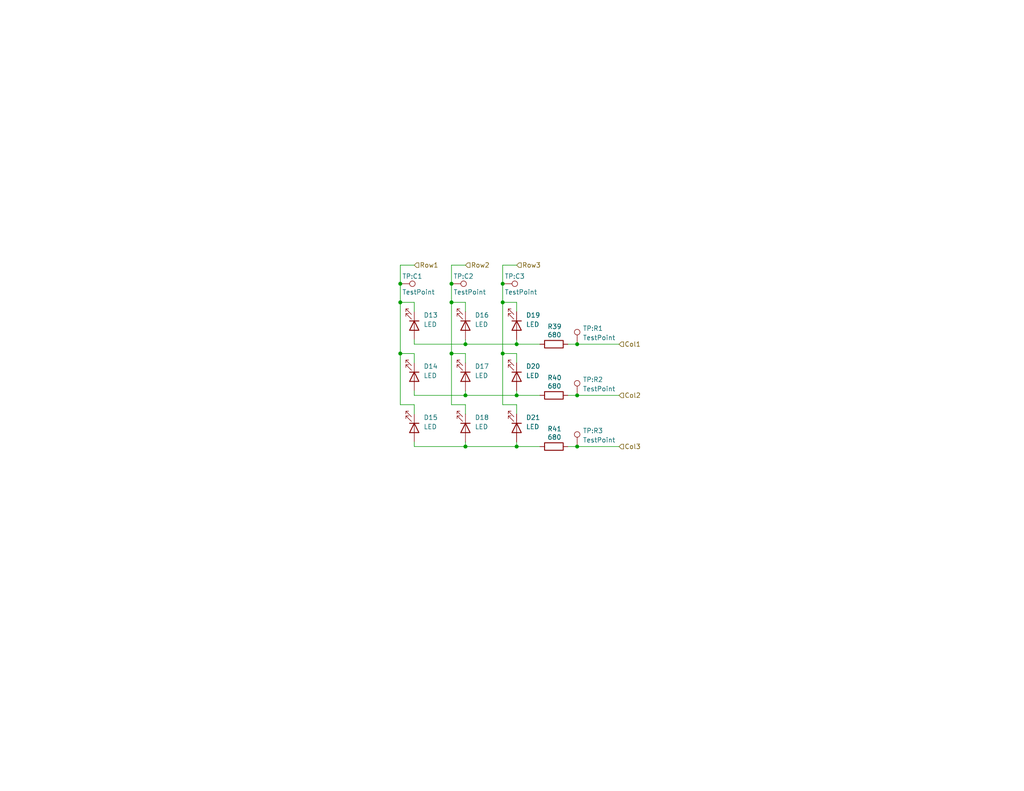
<source format=kicad_sch>
(kicad_sch (version 20250114) (generator "eeschema") (generator_version "9.0")
  (paper "USLetter")
  (title_block (title "3X3 LED Matrix") (date "2025-01-28") (rev "1.0.0") (company "WWU") (comment 1 "Nathan Snarr"))
  (lib_symbols
    (symbol "Connector:TestPoint" (pin_numbers (hide yes)) (pin_names (offset 0.762) (hide yes))
      (property "Reference" "TP" (at 0 6.858 0))
      (property "Value" "TestPoint" (at 0 5.08 0))
      (symbol "TestPoint_0_1"
        (circle (center 0 3.302) (radius 0.762))
      )
      (symbol "TestPoint_1_1"
        (pin passive line (at 0 0 90) (length 2.54) (name "1") (number "1"))
      )
    )
    (symbol "Device:LED" (pin_numbers (hide yes)) (pin_names (offset 1.016) (hide yes))
      (property "Reference" "D" (at 0 2.54 0))
      (property "Value" "LED" (at 0 -2.54 0))
      (symbol "LED_0_1"
        (polyline (pts (xy -3.048 -0.762) (xy -4.572 -2.286) (xy -3.81 -2.286) (xy -4.572 -2.286) (xy -4.572 -1.524)))
        (polyline (pts (xy -1.778 -0.762) (xy -3.302 -2.286) (xy -2.54 -2.286) (xy -3.302 -2.286) (xy -3.302 -1.524)))
        (polyline (pts (xy -1.27 0) (xy 1.27 0)))
        (polyline (pts (xy -1.27 -1.27) (xy -1.27 1.27)) (stroke (width 0.254)))
        (polyline (pts (xy 1.27 -1.27) (xy 1.27 1.27) (xy -1.27 0) (xy 1.27 -1.27)) (stroke (width 0.254)))
      )
      (symbol "LED_1_1"
        (pin passive line (at -3.81 0 0) (length 2.54) (name "K") (number "1"))
        (pin passive line (at 3.81 0 180) (length 2.54) (name "A") (number "2"))
      )
    )
    (symbol "Device:R" (pin_numbers (hide yes)) (pin_names (offset 0))
      (property "Reference" "R" (at 2.032 0 90))
      (property "Value" "R" (at 0 0 90))
      (symbol "R_0_1"
        (rectangle (start -1.016 -2.54) (end 1.016 2.54) (stroke (width 0.254)))
      )
      (symbol "R_1_1"
        (pin passive line (at 0 3.81 270) (length 1.27) (name "~") (number "1"))
        (pin passive line (at 0 -3.81 90) (length 1.27) (name "~") (number "2"))
      )
    )
  )
  (junction (at 109.22 82.55))
  (junction (at 123.19 82.55))
  (junction (at 140.97 121.92))
  (junction (at 137.16 82.55))
  (junction (at 127 121.92))
  (junction (at 137.16 96.52))
  (junction (at 127 93.98))
  (junction (at 127 107.95))
  (junction (at 123.19 77.47))
  (junction (at 123.19 96.52))
  (junction (at 109.22 96.52))
  (junction (at 157.48 93.98))
  (junction (at 157.48 121.92))
  (junction (at 137.16 77.47))
  (junction (at 140.97 107.95))
  (junction (at 109.22 77.47))
  (junction (at 157.48 107.95))
  (junction (at 140.97 93.98))
  (wire (pts (xy 140.97 120.65) (xy 140.97 121.92)))
  (wire (pts (xy 140.97 93.98) (xy 147.32 93.98)))
  (wire (pts (xy 109.22 72.39) (xy 113.03 72.39)))
  (wire (pts (xy 157.48 107.95) (xy 168.91 107.95)))
  (wire (pts (xy 127 93.98) (xy 140.97 93.98)))
  (wire (pts (xy 113.03 92.71) (xy 113.03 93.98)))
  (wire (pts (xy 137.16 77.47) (xy 137.16 82.55)))
  (wire (pts (xy 113.03 110.49) (xy 109.22 110.49)))
  (wire (pts (xy 113.03 106.68) (xy 113.03 107.95)))
  (wire (pts (xy 123.19 77.47) (xy 123.19 72.39)))
  (wire (pts (xy 140.97 113.03) (xy 140.97 110.49)))
  (wire (pts (xy 127 110.49) (xy 123.19 110.49)))
  (wire (pts (xy 123.19 82.55) (xy 123.19 96.52)))
  (wire (pts (xy 157.48 93.98) (xy 154.94 93.98)))
  (wire (pts (xy 109.22 96.52) (xy 109.22 110.49)))
  (wire (pts (xy 109.22 96.52) (xy 113.03 96.52)))
  (wire (pts (xy 113.03 107.95) (xy 127 107.95)))
  (wire (pts (xy 140.97 121.92) (xy 147.32 121.92)))
  (wire (pts (xy 137.16 82.55) (xy 137.16 96.52)))
  (wire (pts (xy 140.97 106.68) (xy 140.97 107.95)))
  (wire (pts (xy 140.97 92.71) (xy 140.97 93.98)))
  (wire (pts (xy 137.16 82.55) (xy 140.97 82.55)))
  (wire (pts (xy 113.03 93.98) (xy 127 93.98)))
  (wire (pts (xy 157.48 121.92) (xy 168.91 121.92)))
  (wire (pts (xy 157.48 93.98) (xy 168.91 93.98)))
  (wire (pts (xy 109.22 82.55) (xy 113.03 82.55)))
  (wire (pts (xy 123.19 96.52) (xy 123.19 110.49)))
  (wire (pts (xy 123.19 96.52) (xy 127 96.52)))
  (wire (pts (xy 109.22 77.47) (xy 109.22 72.39)))
  (wire (pts (xy 157.48 107.95) (xy 154.94 107.95)))
  (wire (pts (xy 123.19 82.55) (xy 127 82.55)))
  (wire (pts (xy 109.22 82.55) (xy 109.22 77.47)))
  (wire (pts (xy 113.03 120.65) (xy 113.03 121.92)))
  (wire (pts (xy 123.19 82.55) (xy 123.19 77.47)))
  (wire (pts (xy 127 121.92) (xy 140.97 121.92)))
  (wire (pts (xy 140.97 110.49) (xy 137.16 110.49)))
  (wire (pts (xy 137.16 96.52) (xy 140.97 96.52)))
  (wire (pts (xy 113.03 121.92) (xy 127 121.92)))
  (wire (pts (xy 137.16 72.39) (xy 137.16 77.47)))
  (wire (pts (xy 137.16 72.39) (xy 140.97 72.39)))
  (wire (pts (xy 127 120.65) (xy 127 121.92)))
  (wire (pts (xy 123.19 72.39) (xy 127 72.39)))
  (wire (pts (xy 127 92.71) (xy 127 93.98)))
  (wire (pts (xy 140.97 85.09) (xy 140.97 82.55)))
  (wire (pts (xy 127 113.03) (xy 127 110.49)))
  (wire (pts (xy 127 106.68) (xy 127 107.95)))
  (wire (pts (xy 113.03 113.03) (xy 113.03 110.49)))
  (wire (pts (xy 113.03 85.09) (xy 113.03 82.55)))
  (wire (pts (xy 109.22 82.55) (xy 109.22 96.52)))
  (wire (pts (xy 140.97 99.06) (xy 140.97 96.52)))
  (wire (pts (xy 127 85.09) (xy 127 82.55)))
  (wire (pts (xy 137.16 96.52) (xy 137.16 110.49)))
  (wire (pts (xy 157.48 121.92) (xy 154.94 121.92)))
  (wire (pts (xy 140.97 107.95) (xy 147.32 107.95)))
  (wire (pts (xy 127 107.95) (xy 140.97 107.95)))
  (wire (pts (xy 113.03 99.06) (xy 113.03 96.52)))
  (wire (pts (xy 127 99.06) (xy 127 96.52)))
  (hierarchical_label "Row3" (shape input) (at 140.97 72.39 0))
  (hierarchical_label "Col1" (shape input) (at 168.91 93.98 0))
  (hierarchical_label "Row1" (shape input) (at 113.03 72.39 0))
  (hierarchical_label "Col3" (shape input) (at 168.91 121.92 0))
  (hierarchical_label "Row2" (shape input) (at 127 72.39 0))
  (hierarchical_label "Col2" (shape input) (at 168.91 107.95 0))
  (symbol (lib_id "Device:LED") (at 113.03 116.84 270) (unit 1)
    (property "Reference" "D15" (at 115.57 113.9824 90) (effects (justify left)))
    (property "Value" "LED" (at 115.57 116.5224 90) (effects (justify left)))
    (property "Footprint" "LED_SMD:LED_0805_2012Metric" (effects (hide yes)))
    (property "Datasheet" "https://jlcpcb.com/api/file/downloadByFileSystemAccessId/8550724080677908480" (effects (hide yes)))
    (property "Description" "Light emitting diode" (effects (hide yes)))
    (property "LCSC" "C84256" (effects (hide yes)))
  )
  (symbol (lib_id "Device:LED") (at 140.97 102.87 270) (unit 1)
    (property "Reference" "D20" (at 143.51 100.0124 90) (effects (justify left)))
    (property "Value" "LED" (at 143.51 102.5524 90) (effects (justify left)))
    (property "Footprint" "LED_SMD:LED_0805_2012Metric" (effects (hide yes)))
    (property "Datasheet" "https://jlcpcb.com/api/file/downloadByFileSystemAccessId/8550724080677908480" (effects (hide yes)))
    (property "Description" "Light emitting diode" (effects (hide yes)))
    (property "LCSC" "C84256" (effects (hide yes)))
  )
  (symbol (lib_id "Connector:TestPoint") (at 137.16 77.47 270) (unit 1)
    (property "Reference" "TP:C3" (at 137.668 75.438 90) (effects (justify left)))
    (property "Value" "TestPoint" (at 137.668 79.756 90) (effects (justify left)))
    (property "Footprint" "TestPoint:TestPoint_THTPad_D1.0mm_Drill0.5mm" (effects (hide yes)))
    (property "Description" "test point" (effects (hide yes)))
  )
  (symbol (lib_id "Connector:TestPoint") (at 157.48 93.98 0) (unit 1)
    (property "Reference" "TP:R1" (at 159.004 89.662 0) (effects (justify left)))
    (property "Value" "TestPoint" (at 159.004 92.202 0) (effects (justify left)))
    (property "Footprint" "TestPoint:TestPoint_THTPad_D1.0mm_Drill0.5mm" (effects (hide yes)))
    (property "Description" "test point" (effects (hide yes)))
  )
  (symbol (lib_id "Device:LED") (at 127 116.84 270) (unit 1)
    (property "Reference" "D18" (at 129.54 113.9824 90) (effects (justify left)))
    (property "Value" "LED" (at 129.54 116.5224 90) (effects (justify left)))
    (property "Footprint" "LED_SMD:LED_0805_2012Metric" (effects (hide yes)))
    (property "Datasheet" "https://jlcpcb.com/api/file/downloadByFileSystemAccessId/8550724080677908480" (effects (hide yes)))
    (property "Description" "Light emitting diode" (effects (hide yes)))
    (property "LCSC" "C84256" (effects (hide yes)))
  )
  (symbol (lib_id "Device:LED") (at 127 102.87 270) (unit 1)
    (property "Reference" "D17" (at 129.54 100.0124 90) (effects (justify left)))
    (property "Value" "LED" (at 129.54 102.5524 90) (effects (justify left)))
    (property "Footprint" "LED_SMD:LED_0805_2012Metric" (effects (hide yes)))
    (property "Datasheet" "https://jlcpcb.com/api/file/downloadByFileSystemAccessId/8550724080677908480" (effects (hide yes)))
    (property "Description" "Light emitting diode" (effects (hide yes)))
    (property "LCSC" "C84256" (effects (hide yes)))
  )
  (symbol (lib_id "Device:LED") (at 140.97 116.84 270) (unit 1)
    (property "Reference" "D21" (at 143.51 113.9824 90) (effects (justify left)))
    (property "Value" "LED" (at 143.51 116.5224 90) (effects (justify left)))
    (property "Footprint" "LED_SMD:LED_0805_2012Metric" (effects (hide yes)))
    (property "Datasheet" "https://jlcpcb.com/api/file/downloadByFileSystemAccessId/8550724080677908480" (effects (hide yes)))
    (property "Description" "Light emitting diode" (effects (hide yes)))
    (property "LCSC" "C84256" (effects (hide yes)))
  )
  (symbol (lib_id "Device:R") (at 151.13 93.98 270) (unit 1)
    (property "Reference" "R39" (at 149.352 89.154 90) (effects (justify left)))
    (property "Value" "680" (at 149.352 91.44 90) (effects (justify left)))
    (property "Footprint" "Resistor_SMD:R_0805_2012Metric" (effects (hide yes)))
    (property "Datasheet" "https://www.lcsc.com/datasheet/lcsc_datasheet_2205311830_UNI-ROYAL-Uniroyal-Elec-0805W8F6800T5E_C17798.pdf" (effects (hide yes)))
    (property "Description" "Resistor" (effects (hide yes)))
    (property "LCSC" "C17798" (effects (hide yes)))
  )
  (symbol (lib_id "Connector:TestPoint") (at 157.48 121.92 0) (unit 1)
    (property "Reference" "TP:R3" (at 159.004 117.602 0) (effects (justify left)))
    (property "Value" "TestPoint" (at 159.004 120.142 0) (effects (justify left)))
    (property "Footprint" "TestPoint:TestPoint_THTPad_D1.0mm_Drill0.5mm" (effects (hide yes)))
    (property "Description" "test point" (effects (hide yes)))
  )
  (symbol (lib_id "Connector:TestPoint") (at 157.48 107.95 0) (unit 1)
    (property "Reference" "TP:R2" (at 159.004 103.632 0) (effects (justify left)))
    (property "Value" "TestPoint" (at 159.004 106.172 0) (effects (justify left)))
    (property "Footprint" "TestPoint:TestPoint_THTPad_D1.0mm_Drill0.5mm" (effects (hide yes)))
    (property "Description" "test point" (effects (hide yes)))
  )
  (symbol (lib_id "Device:R") (at 151.13 121.92 270) (unit 1)
    (property "Reference" "R41" (at 149.352 117.094 90) (effects (justify left)))
    (property "Value" "680" (at 149.352 119.38 90) (effects (justify left)))
    (property "Footprint" "Resistor_SMD:R_0805_2012Metric" (effects (hide yes)))
    (property "Datasheet" "https://www.lcsc.com/datasheet/lcsc_datasheet_2205311830_UNI-ROYAL-Uniroyal-Elec-0805W8F6800T5E_C17798.pdf" (effects (hide yes)))
    (property "Description" "Resistor" (effects (hide yes)))
    (property "LCSC" "C17798" (effects (hide yes)))
  )
  (symbol (lib_id "Device:LED") (at 113.03 102.87 270) (unit 1)
    (property "Reference" "D14" (at 115.57 100.0124 90) (effects (justify left)))
    (property "Value" "LED" (at 115.57 102.5524 90) (effects (justify left)))
    (property "Footprint" "LED_SMD:LED_0805_2012Metric" (effects (hide yes)))
    (property "Datasheet" "https://jlcpcb.com/api/file/downloadByFileSystemAccessId/8550724080677908480" (effects (hide yes)))
    (property "Description" "Light emitting diode" (effects (hide yes)))
    (property "LCSC" "C84256" (effects (hide yes)))
  )
  (symbol (lib_id "Device:LED") (at 140.97 88.9 270) (unit 1)
    (property "Reference" "D19" (at 143.51 86.0424 90) (effects (justify left)))
    (property "Value" "LED" (at 143.51 88.5824 90) (effects (justify left)))
    (property "Footprint" "LED_SMD:LED_0805_2012Metric" (effects (hide yes)))
    (property "Datasheet" "https://jlcpcb.com/api/file/downloadByFileSystemAccessId/8550724080677908480" (effects (hide yes)))
    (property "Description" "Light emitting diode" (effects (hide yes)))
    (property "LCSC" "C84256" (effects (hide yes)))
  )
  (symbol (lib_id "Device:LED") (at 113.03 88.9 270) (unit 1)
    (property "Reference" "D13" (at 115.57 86.0424 90) (effects (justify left)))
    (property "Value" "LED" (at 115.57 88.5824 90) (effects (justify left)))
    (property "Footprint" "LED_SMD:LED_0805_2012Metric" (effects (hide yes)))
    (property "Datasheet" "https://jlcpcb.com/api/file/downloadByFileSystemAccessId/8550724080677908480" (effects (hide yes)))
    (property "Description" "Light emitting diode" (effects (hide yes)))
    (property "LCSC" "C84256" (effects (hide yes)))
  )
  (symbol (lib_id "Device:R") (at 151.13 107.95 270) (unit 1)
    (property "Reference" "R40" (at 149.352 103.124 90) (effects (justify left)))
    (property "Value" "680" (at 149.352 105.41 90) (effects (justify left)))
    (property "Footprint" "Resistor_SMD:R_0805_2012Metric" (effects (hide yes)))
    (property "Datasheet" "https://www.lcsc.com/datasheet/lcsc_datasheet_2205311830_UNI-ROYAL-Uniroyal-Elec-0805W8F6800T5E_C17798.pdf" (effects (hide yes)))
    (property "Description" "Resistor" (effects (hide yes)))
    (property "LCSC" "C17798" (effects (hide yes)))
  )
  (symbol (lib_id "Connector:TestPoint") (at 109.22 77.47 270) (unit 1)
    (property "Reference" "TP:C1" (at 109.728 75.438 90) (effects (justify left)))
    (property "Value" "TestPoint" (at 109.728 79.756 90) (effects (justify left)))
    (property "Footprint" "TestPoint:TestPoint_THTPad_D1.0mm_Drill0.5mm" (effects (hide yes)))
    (property "Description" "test point" (effects (hide yes)))
  )
  (symbol (lib_id "Device:LED") (at 127 88.9 270) (unit 1)
    (property "Reference" "D16" (at 129.54 86.0424 90) (effects (justify left)))
    (property "Value" "LED" (at 129.54 88.5824 90) (effects (justify left)))
    (property "Footprint" "LED_SMD:LED_0805_2012Metric" (effects (hide yes)))
    (property "Datasheet" "https://jlcpcb.com/api/file/downloadByFileSystemAccessId/8550724080677908480" (effects (hide yes)))
    (property "Description" "Light emitting diode" (effects (hide yes)))
    (property "LCSC" "C84256" (effects (hide yes)))
  )
  (symbol (lib_id "Connector:TestPoint") (at 123.19 77.47 270) (unit 1)
    (property "Reference" "TP:C2" (at 123.698 75.438 90) (effects (justify left)))
    (property "Value" "TestPoint" (at 123.698 79.756 90) (effects (justify left)))
    (property "Footprint" "TestPoint:TestPoint_THTPad_D1.0mm_Drill0.5mm" (effects (hide yes)))
    (property "Description" "test point" (effects (hide yes)))
  )
)
</source>
